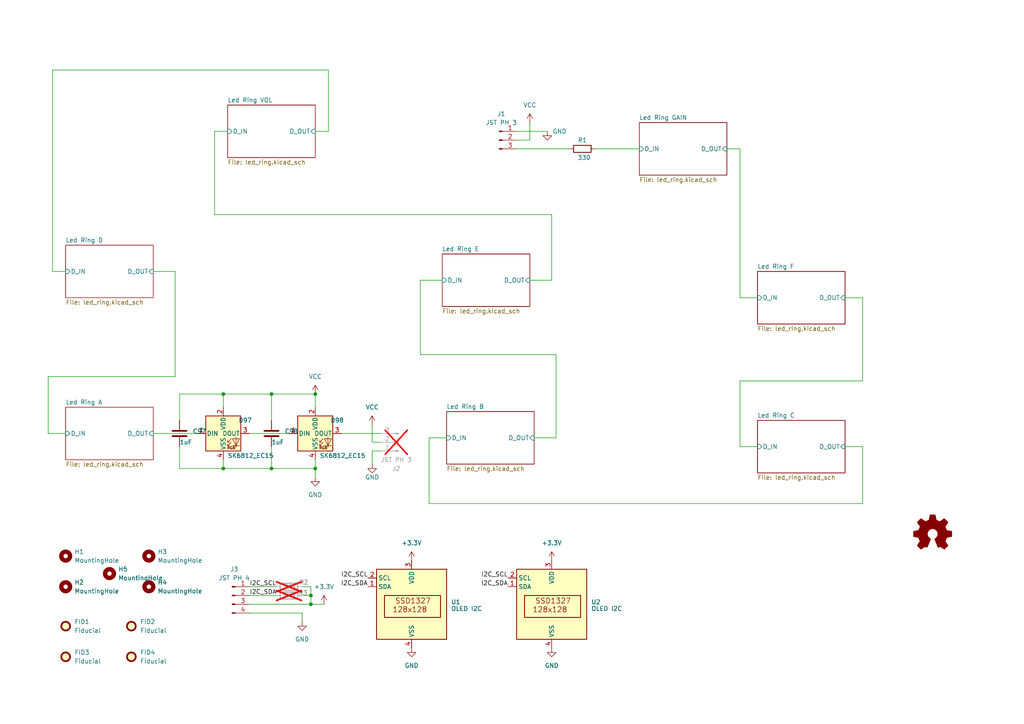
<source format=kicad_sch>
(kicad_sch (version 20231120) (generator "eeschema") (generator_version "8.0")
  (paper "A4")
  (title_block (title "Pedalboard Display") (date "2024-10-16") (rev "1.0.1-RC") (company "https://github.com/pedalboard") (comment 1 "Source Code: https://github.com/pedalboard/pedalboard-display") (comment 2 "License: CERN Open Hardware Licence Version 2 - Permissive") (comment 3 "Git commit: ${GIT_HASH}"))
  (lib_symbols
    (symbol "Connector:Conn_01x03_Pin" (pin_names (offset 1.016) hide)
      (property "Reference" "J" (at 0 5.08 0))
      (property "Value" "Conn_01x03_Pin" (at 0 -5.08 0))
      (symbol "Conn_01x03_Pin_1_1"
        (polyline (pts (xy 1.27 -2.54) (xy 0.8636 -2.54)) (stroke (width 0.1524)))
        (polyline (pts (xy 1.27 0) (xy 0.8636 0)) (stroke (width 0.1524)))
        (polyline (pts (xy 1.27 2.54) (xy 0.8636 2.54)) (stroke (width 0.1524)))
        (rectangle (start 0.8636 -2.413) (end 0 -2.667) (stroke (width 0.1524)) (fill (type outline)))
        (rectangle (start 0.8636 0.127) (end 0 -0.127) (stroke (width 0.1524)) (fill (type outline)))
        (rectangle (start 0.8636 2.667) (end 0 2.413) (stroke (width 0.1524)) (fill (type outline)))
        (pin passive line (at 5.08 2.54 180) (length 3.81) (name "Pin_1") (number "1"))
        (pin passive line (at 5.08 0 180) (length 3.81) (name "Pin_2") (number "2"))
        (pin passive line (at 5.08 -2.54 180) (length 3.81) (name "Pin_3") (number "3"))
      )
    )
    (symbol "Connector:Conn_01x04_Pin" (pin_names (offset 1.016) hide)
      (property "Reference" "J" (at 0 5.08 0))
      (property "Value" "Conn_01x04_Pin" (at 0 -7.62 0))
      (symbol "Conn_01x04_Pin_1_1"
        (polyline (pts (xy 1.27 -5.08) (xy 0.8636 -5.08)) (stroke (width 0.1524)))
        (polyline (pts (xy 1.27 -2.54) (xy 0.8636 -2.54)) (stroke (width 0.1524)))
        (polyline (pts (xy 1.27 0) (xy 0.8636 0)) (stroke (width 0.1524)))
        (polyline (pts (xy 1.27 2.54) (xy 0.8636 2.54)) (stroke (width 0.1524)))
        (rectangle (start 0.8636 -4.953) (end 0 -5.207) (stroke (width 0.1524)) (fill (type outline)))
        (rectangle (start 0.8636 -2.413) (end 0 -2.667) (stroke (width 0.1524)) (fill (type outline)))
        (rectangle (start 0.8636 0.127) (end 0 -0.127) (stroke (width 0.1524)) (fill (type outline)))
        (rectangle (start 0.8636 2.667) (end 0 2.413) (stroke (width 0.1524)) (fill (type outline)))
        (pin passive line (at 5.08 2.54 180) (length 3.81) (name "Pin_1") (number "1"))
        (pin passive line (at 5.08 0 180) (length 3.81) (name "Pin_2") (number "2"))
        (pin passive line (at 5.08 -2.54 180) (length 3.81) (name "Pin_3") (number "3"))
        (pin passive line (at 5.08 -5.08 180) (length 3.81) (name "Pin_4") (number "4"))
      )
    )
    (symbol "Device:C" (pin_numbers hide) (pin_names (offset 0.254))
      (property "Reference" "C" (at 0.635 2.54 0))
      (property "Value" "C" (at 0.635 -2.54 0))
      (symbol "C_0_1"
        (polyline (pts (xy -2.032 -0.762) (xy 2.032 -0.762)) (stroke (width 0.508)))
        (polyline (pts (xy -2.032 0.762) (xy 2.032 0.762)) (stroke (width 0.508)))
      )
      (symbol "C_1_1"
        (pin passive line (at 0 3.81 270) (length 2.794) (name "~") (number "1"))
        (pin passive line (at 0 -3.81 90) (length 2.794) (name "~") (number "2"))
      )
    )
    (symbol "Device:R" (pin_numbers hide) (pin_names (offset 0))
      (property "Reference" "R" (at 2.032 0 90))
      (property "Value" "R" (at 0 0 90))
      (symbol "R_0_1"
        (rectangle (start -1.016 -2.54) (end 1.016 2.54) (stroke (width 0.254)))
      )
      (symbol "R_1_1"
        (pin passive line (at 0 3.81 270) (length 1.27) (name "~") (number "1"))
        (pin passive line (at 0 -3.81 90) (length 1.27) (name "~") (number "2"))
      )
    )
    (symbol "Graphic:Logo_Open_Hardware_Small" (in_bom no) (on_board no)
      (symbol "Logo_Open_Hardware_Small_0_1"
        (polyline (pts (xy 3.3528 -4.3434) (xy 3.302 -4.318) (xy 3.175 -4.2418) (xy 2.9972 -4.1148) (xy 2.7686 -3.9624) (xy 2.54 -3.81) (xy 2.3622 -3.7084) (xy 2.2352 -3.6068) (xy 2.1844 -3.5814) (xy 2.159 -3.6068) (xy 2.0574 -3.6576) (xy 1.905 -3.7338) (xy 1.8034 -3.7846) (xy 1.6764 -3.8354) (xy 1.6002 -3.8354) (xy 1.6002 -3.8354) (xy 1.5494 -3.7338) (xy 1.4732 -3.5306) (xy 1.3462 -3.302) (xy 1.2446 -3.0226) (xy 1.1176 -2.7178) (xy 0.9652 -2.413) (xy 0.8636 -2.1082) (xy 0.7366 -1.8288) (xy 0.6604 -1.6256) (xy 0.6096 -1.4732) (xy 0.5842 -1.397) (xy 0.5842 -1.397) (xy 0.6604 -1.3208) (xy 0.7874 -1.2446) (xy 1.0414 -1.016) (xy 1.2954 -0.6858) (xy 1.4478 -0.3302) (xy 1.524 0.0762) (xy 1.4732 0.4572) (xy 1.3208 0.8128) (xy 1.0668 1.143) (xy 0.762 1.3716) (xy 0.4064 1.524) (xy 0 1.5748) (xy -0.381 1.5494) (xy -0.7366 1.397) (xy -1.0668 1.143) (xy -1.2192 0.9906) (xy -1.397 0.6604) (xy -1.524 0.3048) (xy -1.524 0.2286) (xy -1.4986 -0.1778) (xy -1.397 -0.5334) (xy -1.1938 -0.8636) (xy -0.9144 -1.143) (xy -0.8636 -1.1684) (xy -0.7366 -1.27) (xy -0.635 -1.3462) (xy -0.5842 -1.397) (xy -1.0668 -2.5908) (xy -1.143 -2.794) (xy -1.2954 -3.1242) (xy -1.397 -3.4036) (xy -1.4986 -3.6322) (xy -1.5748 -3.7846) (xy -1.6002 -3.8354) (xy -1.6002 -3.8354) (xy -1.651 -3.8354) (xy -1.7272 -3.81) (xy -1.905 -3.7338) (xy -2.0066 -3.683) (xy -2.1336 -3.6068) (xy -2.2098 -3.5814) (xy -2.2606 -3.6068) (xy -2.3622 -3.683) (xy -2.54 -3.81) (xy -2.7686 -3.9624) (xy -2.9718 -4.0894) (xy -3.1496 -4.2164) (xy -3.302 -4.318) (xy -3.3528 -4.3434) (xy -3.3782 -4.3434) (xy -3.429 -4.318) (xy -3.5306 -4.2164) (xy -3.7084 -4.064) (xy -3.937 -3.8354) (xy -3.9624 -3.81) (xy -4.1656 -3.6068) (xy -4.318 -3.4544) (xy -4.4196 -3.3274) (xy -4.445 -3.2766) (xy -4.445 -3.2766) (xy -4.4196 -3.2258) (xy -4.318 -3.0734) (xy -4.2164 -2.8956) (xy -4.064 -2.667) (xy -3.6576 -2.0828) (xy -3.8862 -1.5494) (xy -3.937 -1.3716) (xy -4.0386 -1.1684) (xy -4.0894 -1.0414) (xy -4.1148 -0.9652) (xy -4.191 -0.9398) (xy -4.318 -0.9144) (xy -4.5466 -0.8636) (xy -4.8006 -0.8128) (xy -5.0546 -0.7874) (xy -5.2578 -0.7366) (xy -5.4356 -0.7112) (xy -5.5118 -0.6858) (xy -5.5118 -0.6858) (xy -5.5372 -0.635) (xy -5.5372 -0.5588) (xy -5.5372 -0.4318) (xy -5.5626 -0.2286) (xy -5.5626 0.0762) (xy -5.5626 0.127) (xy -5.5372 0.4064) (xy -5.5372 0.635) (xy -5.5372 0.762) (xy -5.5372 0.8382) (xy -5.5372 0.8382) (xy -5.461 0.8382) (xy -5.3086 0.889) (xy -5.08 0.9144) (xy -4.826 0.9652) (xy -4.8006 0.9906) (xy -4.5466 1.0414) (xy -4.318 1.0668) (xy -4.1656 1.1176) (xy -4.0894 1.143) (xy -4.0894 1.143) (xy -4.0386 1.2446) (xy -3.9624 1.4224) (xy -3.8608 1.6256) (xy -3.7846 1.8288) (xy -3.7084 2.0066) (xy -3.6576 2.159) (xy -3.6322 2.2098) (xy -3.6322 2.2098) (xy -3.683 2.286) (xy -3.7592 2.413) (xy -3.8862 2.5908) (xy -4.064 2.8194) (xy -4.064 2.8448) (xy -4.2164 3.0734) (xy -4.3434 3.2512) (xy -4.4196 3.3782) (xy -4.445 3.4544) (xy -4.445 3.4544) (xy -4.3942 3.5052) (xy -4.2926 3.6322) (xy -4.1148 3.81) (xy -3.937 4.0132) (xy -3.8608 4.064) (xy -3.6576 4.2926) (xy -3.5052 4.4196) (xy -3.4036 4.4958) (xy -3.3528 4.5212) (xy -3.3528 4.5212) (xy -3.302 4.4704) (xy -3.1496 4.3688) (xy -2.9718 4.2418) (xy -2.7432 4.0894) (xy -2.7178 4.0894) (xy -2.4892 3.937) (xy -2.3114 3.81) (xy -2.1844 3.7084) (xy -2.1336 3.683) (xy -2.1082 3.683) (xy -2.032 3.7084) (xy -1.8542 3.7592) (xy -1.6764 3.8354) (xy -1.4732 3.937) (xy -1.27 4.0132) (xy -1.143 4.064) (xy -1.0668 4.1148) (xy -1.0668 4.1148) (xy -1.0414 4.191) (xy -1.016 4.3434) (xy -0.9652 4.572) (xy -0.9144 4.8514) (xy -0.889 4.9022) (xy -0.8382 5.1562) (xy -0.8128 5.3848) (xy -0.7874 5.5372) (xy -0.762 5.588) (xy -0.7112 5.6134) (xy -0.5842 5.6134) (xy -0.4064 5.6134) (xy -0.1524 5.6134) (xy 0.0762 5.6134) (xy 0.3302 5.6134) (xy 0.5334 5.6134) (xy 0.6858 5.588) (xy 0.7366 5.588) (xy 0.7366 5.588) (xy 0.762 5.5118) (xy 0.8128 5.334) (xy 0.8382 5.1054) (xy 0.9144 4.826) (xy 0.9144 4.7752) (xy 0.9652 4.5212) (xy 1.016 4.2926) (xy 1.0414 4.1402) (xy 1.0668 4.0894) (xy 1.0668 4.0894) (xy 1.1938 4.0386) (xy 1.3716 3.9624) (xy 1.5748 3.8608) (xy 2.0828 3.6576) (xy 2.7178 4.0894) (xy 2.7686 4.1402) (xy 2.9972 4.2926) (xy 3.175 4.4196) (xy 3.302 4.4958) (xy 3.3782 4.5212) (xy 3.3782 4.5212) (xy 3.429 4.4704) (xy 3.556 4.3434) (xy 3.7338 4.191) (xy 3.9116 3.9878) (xy 4.064 3.8354) (xy 4.2418 3.6576) (xy 4.3434 3.556) (xy 4.4196 3.4798) (xy 4.4196 3.429) (xy 4.4196 3.4036) (xy 4.3942 3.3274) (xy 4.2926 3.2004) (xy 4.1656 2.9972) (xy 4.0132 2.794) (xy 3.8862 2.5908) (xy 3.7592 2.3876) (xy 3.6576 2.2352) (xy 3.6322 2.159) (xy 3.6322 2.1336) (xy 3.683 2.0066) (xy 3.7592 1.8288) (xy 3.8608 1.6002) (xy 4.064 1.1176) (xy 4.3942 1.0414) (xy 4.5974 1.016) (xy 4.8768 0.9652) (xy 5.1308 0.9144) (xy 5.5372 0.8382) (xy 5.5626 -0.6604) (xy 5.4864 -0.6858) (xy 5.4356 -0.6858) (xy 5.2832 -0.7366) (xy 5.0546 -0.762) (xy 4.8006 -0.8128) (xy 4.5974 -0.8636) (xy 4.3688 -0.9144) (xy 4.2164 -0.9398) (xy 4.1402 -0.9398) (xy 4.1148 -0.9652) (xy 4.064 -1.0668) (xy 3.9878 -1.2446) (xy 3.9116 -1.4478) (xy 3.81 -1.651) (xy 3.7338 -1.8542) (xy 3.683 -2.0066) (xy 3.6576 -2.0828) (xy 3.683 -2.1336) (xy 3.7846 -2.2606) (xy 3.8862 -2.4638) (xy 4.0386 -2.667) (xy 4.191 -2.8956) (xy 4.318 -3.0734) (xy 4.3942 -3.2004) (xy 4.445 -3.2766) (xy 4.4196 -3.3274) (xy 4.3434 -3.429) (xy 4.1656 -3.5814) (xy 3.937 -3.8354) (xy 3.8862 -3.8608) (xy 3.683 -4.064) (xy 3.5306 -4.2164) (xy 3.4036 -4.318) (xy 3.3528 -4.3434)) (fill (type outline)))
      )
    )
    (symbol "Mechanical:Fiducial"
      (property "Reference" "FID" (at 0 5.08 0))
      (property "Value" "Fiducial" (at 0 3.175 0))
      (symbol "Fiducial_0_1"
        (circle (center 0 0) (radius 1.27) (stroke (width 0.508)) (fill (type background)))
      )
    )
    (symbol "Mechanical:MountingHole" (pin_names (offset 1.016)) (exclude_from_sim yes) (in_bom no)
      (property "Reference" "H" (at 0 5.08 0))
      (property "Value" "MountingHole" (at 0 3.175 0))
      (symbol "MountingHole_0_1"
        (circle (center 0 0) (radius 1.27) (stroke (width 1.27)))
      )
    )
    (symbol "pedalboard-display:OLED"
      (property "Reference" "U" (at 0 0 0))
      (symbol "OLED_0_0"
        (rectangle (start -7.874 3.81) (end 8.382 -2.54) (stroke (width 0.254)))
      )
      (symbol "OLED_0_1"
        (rectangle (start -10.16 11.43) (end 10.16 -8.89) (stroke (width 0.254)) (fill (type background)))
      )
      (symbol "OLED_1_0"
        (text "128x128" (at -5.588 -0.254 0) (effects (font (size 1.524 1.524)) (justify left)))
        (text "SSD1327" (at -4.826 2.286 0) (effects (font (size 1.524 1.524)) (justify left)))
      )
      (symbol "OLED_1_1"
        (pin bidirectional line (at -12.7 6.35 0) (length 2.54) (name "SDA") (number "1"))
        (pin input line (at -12.7 8.89 0) (length 2.54) (name "SCL") (number "2"))
        (pin power_in line (at 0 13.97 270) (length 2.54) (name "VDD") (number "3"))
        (pin power_in line (at 0 -11.43 90) (length 2.54) (name "VSS") (number "4"))
      )
    )
    (symbol "pedalboard-display:SK6812" (pin_names (offset 0.254))
      (property "Reference" "D" (at 5.08 5.715 0))
      (property "Value" "SK6812_EC15" (at 1.27 -5.715 0))
      (symbol "SK6812_0_0"
        (text "RGB" (at 2.286 -4.191 0) (effects (font (size 0.762 0.762))))
      )
      (symbol "SK6812_0_1"
        (polyline (pts (xy 1.27 -3.556) (xy 1.778 -3.556)))
        (polyline (pts (xy 1.27 -2.54) (xy 1.778 -2.54)))
        (polyline (pts (xy 4.699 -3.556) (xy 2.667 -3.556)))
        (polyline (pts (xy 2.286 -2.54) (xy 1.27 -3.556) (xy 1.27 -3.048)))
        (polyline (pts (xy 2.286 -1.524) (xy 1.27 -2.54) (xy 1.27 -2.032)))
        (polyline (pts (xy 3.683 -1.016) (xy 3.683 -3.556) (xy 3.683 -4.064)))
        (polyline (pts (xy 4.699 -1.524) (xy 2.667 -1.524) (xy 3.683 -3.556) (xy 4.699 -1.524)))
        (rectangle (start 5.08 5.08) (end -5.08 -5.08) (stroke (width 0.254)) (fill (type background)))
      )
      (symbol "SK6812_1_1"
        (pin input line (at -7.62 0 0) (length 2.54) (name "DIN") (number "1"))
        (pin power_in line (at 0 7.62 270) (length 2.54) (name "VDD") (number "2"))
        (pin output line (at 7.62 0 180) (length 2.54) (name "DOUT") (number "3"))
        (pin power_in line (at 0 -7.62 90) (length 2.54) (name "VSS") (number "4"))
      )
    )
    (symbol "power:+3.3V" (power) (pin_numbers hide) (pin_names (offset 0) hide)
      (property "Value" "+3.3V" (at 0 3.556 0))
      (symbol "+3.3V_0_1"
        (polyline (pts (xy -0.762 1.27) (xy 0 2.54)))
        (polyline (pts (xy 0 0) (xy 0 2.54)))
        (polyline (pts (xy 0 2.54) (xy 0.762 1.27)))
      )
      (symbol "+3.3V_1_1"
        (pin power_in line (at 0 0 90) (length 0) (name "~") (number "1"))
      )
    )
    (symbol "power:GND" (power) (pin_numbers hide) (pin_names (offset 0) hide)
      (property "Value" "GND" (at 0 -3.81 0))
      (symbol "GND_0_1"
        (polyline (pts (xy 0 0) (xy 0 -1.27) (xy 1.27 -1.27) (xy 0 -2.54) (xy -1.27 -1.27) (xy 0 -1.27)))
      )
      (symbol "GND_1_1"
        (pin power_in line (at 0 0 270) (length 0) (name "~") (number "1"))
      )
    )
    (symbol "power:VCC" (power) (pin_numbers hide) (pin_names (offset 0) hide)
      (property "Value" "VCC" (at 0 3.556 0))
      (symbol "VCC_0_1"
        (polyline (pts (xy -0.762 1.27) (xy 0 2.54)))
        (polyline (pts (xy 0 0) (xy 0 2.54)))
        (polyline (pts (xy 0 2.54) (xy 0.762 1.27)))
      )
      (symbol "VCC_1_1"
        (pin power_in line (at 0 0 90) (length 0) (name "~") (number "1"))
      )
    )
  )
  (junction (at 78.74 135.89))
  (junction (at 78.74 114.3))
  (junction (at 64.77 135.89))
  (junction (at 90.17 175.26))
  (junction (at 90.17 172.72))
  (junction (at 91.44 135.89))
  (junction (at 91.44 114.3))
  (junction (at 64.77 114.3))
  (wire (pts (xy 72.39 125.73) (xy 83.82 125.73)))
  (wire (pts (xy 52.07 129.54) (xy 52.07 135.89)))
  (wire (pts (xy 153.67 35.56) (xy 153.67 40.64)))
  (wire (pts (xy 172.72 43.18) (xy 185.42 43.18)))
  (wire (pts (xy 13.97 109.22) (xy 13.97 125.73)))
  (wire (pts (xy 250.19 129.54) (xy 250.19 146.05)))
  (wire (pts (xy 245.11 129.54) (xy 250.19 129.54)))
  (wire (pts (xy 64.77 135.89) (xy 78.74 135.89)))
  (wire (pts (xy 62.23 38.1) (xy 66.04 38.1)))
  (wire (pts (xy 64.77 114.3) (xy 64.77 118.11)))
  (wire (pts (xy 154.94 127) (xy 161.29 127)))
  (wire (pts (xy 107.95 130.81) (xy 110.49 130.81)))
  (wire (pts (xy 107.95 123.19) (xy 107.95 128.27)))
  (wire (pts (xy 72.39 172.72) (xy 80.01 172.72)))
  (wire (pts (xy 87.63 172.72) (xy 90.17 172.72)))
  (wire (pts (xy 50.8 109.22) (xy 13.97 109.22)))
  (wire (pts (xy 91.44 133.35) (xy 91.44 135.89)))
  (wire (pts (xy 124.46 127) (xy 129.54 127)))
  (wire (pts (xy 90.17 170.18) (xy 90.17 172.72)))
  (wire (pts (xy 52.07 114.3) (xy 52.07 121.92)))
  (wire (pts (xy 121.92 81.28) (xy 128.27 81.28)))
  (wire (pts (xy 44.45 125.73) (xy 57.15 125.73)))
  (wire (pts (xy 99.06 125.73) (xy 110.49 125.73)))
  (wire (pts (xy 72.39 175.26) (xy 90.17 175.26)))
  (wire (pts (xy 52.07 114.3) (xy 64.77 114.3)))
  (wire (pts (xy 13.97 125.73) (xy 19.05 125.73)))
  (wire (pts (xy 250.19 86.36) (xy 250.19 110.49)))
  (wire (pts (xy 52.07 135.89) (xy 64.77 135.89)))
  (wire (pts (xy 161.29 127) (xy 161.29 102.87)))
  (wire (pts (xy 124.46 146.05) (xy 124.46 127)))
  (wire (pts (xy 91.44 118.11) (xy 91.44 114.3)))
  (wire (pts (xy 153.67 81.28) (xy 160.02 81.28)))
  (wire (pts (xy 78.74 129.54) (xy 78.74 135.89)))
  (wire (pts (xy 149.86 38.1) (xy 158.75 38.1)))
  (wire (pts (xy 78.74 114.3) (xy 91.44 114.3)))
  (wire (pts (xy 160.02 62.23) (xy 62.23 62.23)))
  (wire (pts (xy 214.63 110.49) (xy 214.63 129.54)))
  (wire (pts (xy 149.86 43.18) (xy 165.1 43.18)))
  (wire (pts (xy 214.63 129.54) (xy 219.71 129.54)))
  (wire (pts (xy 250.19 146.05) (xy 124.46 146.05)))
  (wire (pts (xy 210.82 43.18) (xy 214.63 43.18)))
  (wire (pts (xy 90.17 172.72) (xy 90.17 175.26)))
  (wire (pts (xy 214.63 86.36) (xy 219.71 86.36)))
  (wire (pts (xy 15.24 78.74) (xy 19.05 78.74)))
  (wire (pts (xy 64.77 133.35) (xy 64.77 135.89)))
  (wire (pts (xy 121.92 102.87) (xy 121.92 81.28)))
  (wire (pts (xy 44.45 78.74) (xy 50.8 78.74)))
  (wire (pts (xy 161.29 102.87) (xy 121.92 102.87)))
  (wire (pts (xy 87.63 177.8) (xy 87.63 180.34)))
  (wire (pts (xy 245.11 86.36) (xy 250.19 86.36)))
  (wire (pts (xy 250.19 110.49) (xy 214.63 110.49)))
  (wire (pts (xy 91.44 38.1) (xy 95.25 38.1)))
  (wire (pts (xy 64.77 114.3) (xy 78.74 114.3)))
  (wire (pts (xy 91.44 138.43) (xy 91.44 135.89)))
  (wire (pts (xy 160.02 81.28) (xy 160.02 62.23)))
  (wire (pts (xy 107.95 130.81) (xy 107.95 134.62)))
  (wire (pts (xy 62.23 62.23) (xy 62.23 38.1)))
  (wire (pts (xy 78.74 135.89) (xy 91.44 135.89)))
  (wire (pts (xy 15.24 20.32) (xy 15.24 78.74)))
  (wire (pts (xy 90.17 175.26) (xy 93.98 175.26)))
  (wire (pts (xy 107.95 128.27) (xy 110.49 128.27)))
  (wire (pts (xy 50.8 78.74) (xy 50.8 109.22)))
  (wire (pts (xy 72.39 170.18) (xy 80.01 170.18)))
  (wire (pts (xy 87.63 170.18) (xy 90.17 170.18)))
  (wire (pts (xy 95.25 38.1) (xy 95.25 20.32)))
  (wire (pts (xy 78.74 114.3) (xy 78.74 121.92)))
  (wire (pts (xy 214.63 43.18) (xy 214.63 86.36)))
  (wire (pts (xy 95.25 20.32) (xy 15.24 20.32)))
  (wire (pts (xy 149.86 40.64) (xy 153.67 40.64)))
  (wire (pts (xy 72.39 177.8) (xy 87.63 177.8)))
  (label "I2C_SDA" (at 106.68 170.18 180))
  (label "I2C_SCL" (at 147.32 167.64 180))
  (label "I2C_SDA" (at 147.32 170.18 180))
  (label "I2C_SCL" (at 106.68 167.64 180))
  (label "I2C_SDA" (at 72.39 172.72 0))
  (label "I2C_SCL" (at 72.39 170.18 0))
  (symbol (lib_id "power:+3.3V") (at 160.02 162.56 0) (unit 1)
    (property "Reference" "#PWR042" (effects (hide yes)))
    (property "Value" "+3.3V" (at 160.02 157.48 0))
    (property "Description" "Power symbol creates a global label with name \"+3.3V\"" (effects (hide yes)))
  )
  (symbol (lib_id "power:GND") (at 87.63 180.34 0) (unit 1)
    (property "Reference" "#PWR044" (effects (hide yes)))
    (property "Value" "GND" (at 87.63 185.42 0))
    (property "Description" "Power symbol creates a global label with name \"GND\" , ground" (effects (hide yes)))
  )
  (symbol (lib_id "pedalboard-display:SK6812") (at 64.77 125.73 0) (unit 1)
    (property "Reference" "D97" (at 71.12 121.92 0))
    (property "Value" "SK6812_EC15" (at 66.04 131.445 0) (effects (justify left top)))
    (property "Footprint" "Library:LED_SK6812_EC15_1.5x1.5mm" (effects (hide yes)))
    (property "Datasheet" "https://mm.digikey.com/Volume0/opasdata/d220001/medias/docus/2384/CL05A105KP5NNN_Specsheet%20(1).pdf" (effects (hide yes)))
    (property "Supplier" "https://www.digikey.ch/en/products/detail/adafruit-industries-llc/4492/11569136" (effects (hide yes)))
  )
  (symbol (lib_id "power:GND") (at 119.38 187.96 0) (unit 1)
    (property "Reference" "#PWR039" (effects (hide yes)))
    (property "Value" "GND" (at 119.38 193.04 0))
    (property "Description" "Power symbol creates a global label with name \"GND\" , ground" (effects (hide yes)))
  )
  (symbol (lib_id "Connector:Conn_01x03_Pin") (at 144.78 40.64 0) (unit 1)
    (property "Reference" "J1" (at 145.415 33.02 0))
    (property "Value" "JST PH 3" (at 145.415 35.56 0))
    (property "Footprint" "Library:JST_PH_B3B-PH-SM4-TB_1x03-1MP_P2.00mm_Vertical" (effects (hide yes)))
  )
  (symbol (lib_id "Mechanical:MountingHole") (at 31.75 166.37 0) (unit 1) (exclude_from_sim yes) (in_bom no)
    (property "Reference" "H5" (at 34.29 165.0999 0) (effects (justify left)))
    (property "Value" "MountingHole" (at 34.29 167.6399 0) (effects (justify left)))
    (property "Footprint" "MountingHole:MountingHole_2.5mm" (effects (hide yes)))
    (property "Description" "Mounting Hole without connection" (effects (hide yes)))
  )
  (symbol (lib_id "Device:C") (at 52.07 125.73 0) (unit 1)
    (property "Reference" "C97" (at 55.88 125.095 0) (effects (justify left)))
    (property "Value" "1uF" (at 52.07 128.27 0) (effects (justify left)))
    (property "Footprint" "Capacitor_SMD:C_0402_1005Metric" (effects (hide yes)))
    (property "Datasheet" "https://media.digikey.com/pdf/Data%20Sheets/Samsung%20PDFs/CL_Series_MLCC_ds.pdf" (effects (hide yes)))
    (property "Supplier" "https://www.digikey.ch/de/products/detail/samsung-electro-mechanics/CL05A105KP5NNNC/3886734" (effects (hide yes)))
  )
  (symbol (lib_id "Mechanical:MountingHole") (at 43.18 170.18 0) (unit 1) (exclude_from_sim yes) (in_bom no)
    (property "Reference" "H4" (at 45.72 168.9099 0) (effects (justify left)))
    (property "Value" "MountingHole" (at 45.72 171.4499 0) (effects (justify left)))
    (property "Footprint" "MountingHole:MountingHole_2.5mm" (effects (hide yes)))
    (property "Description" "Mounting Hole without connection" (effects (hide yes)))
  )
  (symbol (lib_id "Mechanical:MountingHole") (at 19.05 170.18 0) (unit 1) (exclude_from_sim yes) (in_bom no)
    (property "Reference" "H2" (at 21.59 168.9099 0) (effects (justify left)))
    (property "Value" "MountingHole" (at 21.59 171.4499 0) (effects (justify left)))
    (property "Footprint" "MountingHole:MountingHole_2.5mm" (effects (hide yes)))
    (property "Description" "Mounting Hole without connection" (effects (hide yes)))
  )
  (symbol (lib_id "pedalboard-display:OLED") (at 119.38 176.53 0) (unit 1)
    (property "Reference" "U1" (at 130.81 174.6249 0) (effects (justify left)))
    (property "Value" "OLED I2C" (at 130.81 176.53 0) (effects (justify left)))
    (property "Footprint" "Library:OLED_128x128" (effects (hide yes)))
    (property "Datasheet" "img/GME12812.pdf" (effects (hide yes)))
    (property "Supplier" "https://www.aliexpress.com/item/1005005253671396.html" (effects (hide yes)))
  )
  (symbol (lib_id "Mechanical:MountingHole") (at 19.05 161.29 0) (unit 1) (exclude_from_sim yes) (in_bom no)
    (property "Reference" "H1" (at 21.59 160.0199 0) (effects (justify left)))
    (property "Value" "MountingHole" (at 21.59 162.5599 0) (effects (justify left)))
    (property "Footprint" "MountingHole:MountingHole_2.5mm" (effects (hide yes)))
    (property "Description" "Mounting Hole without connection" (effects (hide yes)))
  )
  (symbol (lib_id "Graphic:Logo_Open_Hardware_Small") (at 270.51 154.94 0) (unit 1) (exclude_from_sim yes) (in_bom no)
    (property "Reference" "SYM1" (effects (hide yes)))
    (property "Value" "Logo_Open_Hardware_Small" (effects (hide yes)))
    (property "Footprint" "Symbol:OSHW-Logo_5.7x6mm_SilkScreen" (effects (hide yes)))
    (property "Description" "Open Hardware logo, small" (effects (hide yes)))
  )
  (symbol (lib_id "Mechanical:Fiducial") (at 38.1 181.61 0) (unit 1)
    (property "Reference" "FID2" (at 40.64 180.34 0) (effects (justify left)))
    (property "Value" "Fiducial" (at 40.64 182.88 0) (effects (justify left)))
    (property "Footprint" "Fiducial:Fiducial_1mm_Mask2mm" (effects (hide yes)))
  )
  (symbol (lib_id "Device:R") (at 83.82 172.72 270) (unit 1) (dnp yes)
    (property "Reference" "R3" (at 87.884 171.958 90))
    (property "Value" "3K3" (at 83.82 172.72 90))
    (property "Footprint" "Resistor_SMD:R_0805_2012Metric" (effects (hide yes)))
    (property "Datasheet" "https://www.seielect.com/catalog/sei-rmcf_rmcp.pdf" (effects (hide yes)))
    (property "Description" "Resistor" (effects (hide yes)))
    (property "Supplier" "https://www.digikey.ch/en/products/detail/stackpole-electronics-inc/RMCF0805FT3K30/1760325" (effects (hide yes)))
  )
  (symbol (lib_id "Device:R") (at 83.82 170.18 270) (unit 1) (dnp yes)
    (property "Reference" "R2" (at 88.138 168.91 90))
    (property "Value" "3K3" (at 83.82 170.18 90))
    (property "Footprint" "Resistor_SMD:R_0805_2012Metric" (effects (hide yes)))
    (property "Datasheet" "https://www.seielect.com/catalog/sei-rmcf_rmcp.pdf" (effects (hide yes)))
    (property "Description" "Resistor" (effects (hide yes)))
    (property "Supplier" "https://www.digikey.ch/en/products/detail/stackpole-electronics-inc/RMCF0805FT3K30/1760325" (effects (hide yes)))
  )
  (symbol (lib_id "pedalboard-display:SK6812") (at 91.44 125.73 0) (unit 1)
    (property "Reference" "D98" (at 97.79 121.92 0))
    (property "Value" "SK6812_EC15" (at 92.71 131.445 0) (effects (justify left top)))
    (property "Footprint" "Library:LED_SK6812_EC15_1.5x1.5mm" (effects (hide yes)))
    (property "Datasheet" "https://mm.digikey.com/Volume0/opasdata/d220001/medias/docus/2384/CL05A105KP5NNN_Specsheet%20(1).pdf" (effects (hide yes)))
    (property "Supplier" "https://www.digikey.ch/en/products/detail/adafruit-industries-llc/4492/11569136" (effects (hide yes)))
  )
  (symbol (lib_id "power:+3.3V") (at 119.38 162.56 0) (unit 1)
    (property "Reference" "#PWR041" (effects (hide yes)))
    (property "Value" "+3.3V" (at 119.38 157.48 0))
    (property "Description" "Power symbol creates a global label with name \"+3.3V\"" (effects (hide yes)))
  )
  (symbol (lib_id "Mechanical:Fiducial") (at 19.05 181.61 0) (unit 1)
    (property "Reference" "FID1" (at 21.59 180.34 0) (effects (justify left)))
    (property "Value" "Fiducial" (at 21.59 182.88 0) (effects (justify left)))
    (property "Footprint" "Fiducial:Fiducial_1mm_Mask2mm" (effects (hide yes)))
  )
  (symbol (lib_id "power:GND") (at 107.95 134.62 0) (unit 1)
    (property "Reference" "#PWR035" (effects (hide yes)))
    (property "Value" "GND" (at 107.95 138.43 0))
    (property "Description" "Power symbol creates a global label with name \"GND\" , ground" (effects (hide yes)))
  )
  (symbol (lib_id "power:VCC") (at 107.95 123.19 0) (unit 1)
    (property "Reference" "#PWR036" (effects (hide yes)))
    (property "Value" "VCC" (at 107.95 118.11 0))
    (property "Description" "Power symbol creates a global label with name \"VCC\"" (effects (hide yes)))
  )
  (symbol (lib_id "Connector:Conn_01x03_Pin") (at 115.57 128.27 180) (unit 1) (dnp yes)
    (property "Reference" "J2" (at 114.935 135.89 0))
    (property "Value" "JST PH 3" (at 114.935 133.35 0))
    (property "Footprint" "Library:JST_PH_B3B-PH-SM4-TB_1x03-1MP_P2.00mm_Vertical" (effects (hide yes)))
  )
  (symbol (lib_id "power:VCC") (at 91.44 114.3 0) (unit 1)
    (property "Reference" "#PWR037" (effects (hide yes)))
    (property "Value" "VCC" (at 91.44 109.22 0))
    (property "Description" "Power symbol creates a global label with name \"VCC\"" (effects (hide yes)))
  )
  (symbol (lib_id "pedalboard-display:OLED") (at 160.02 176.53 0) (unit 1)
    (property "Reference" "U2" (at 171.45 174.6249 0) (effects (justify left)))
    (property "Value" "OLED I2C" (at 171.45 176.53 0) (effects (justify left)))
    (property "Footprint" "Library:OLED_128x128" (effects (hide yes)))
    (property "Datasheet" "img/GME12812.pdf" (effects (hide yes)))
    (property "Supplier" "https://www.aliexpress.com/item/1005005253671396.html" (effects (hide yes)))
  )
  (symbol (lib_id "Mechanical:Fiducial") (at 38.1 190.5 0) (unit 1)
    (property "Reference" "FID4" (at 40.64 189.23 0) (effects (justify left)))
    (property "Value" "Fiducial" (at 40.64 191.77 0) (effects (justify left)))
    (property "Footprint" "Fiducial:Fiducial_1mm_Mask2mm" (effects (hide yes)))
  )
  (symbol (lib_id "power:GND") (at 158.75 38.1 0) (unit 1)
    (property "Reference" "#PWR03" (effects (hide yes)))
    (property "Value" "GND" (at 162.306 38.1 0))
    (property "Description" "Power symbol creates a global label with name \"GND\" , ground" (effects (hide yes)))
  )
  (symbol (lib_id "Mechanical:MountingHole") (at 43.18 161.29 0) (unit 1) (exclude_from_sim yes) (in_bom no)
    (property "Reference" "H3" (at 45.72 160.0199 0) (effects (justify left)))
    (property "Value" "MountingHole" (at 45.72 162.5599 0) (effects (justify left)))
    (property "Footprint" "MountingHole:MountingHole_2.5mm" (effects (hide yes)))
    (property "Description" "Mounting Hole without connection" (effects (hide yes)))
  )
  (symbol (lib_id "power:VCC") (at 153.67 35.56 0) (unit 1)
    (property "Reference" "#PWR02" (effects (hide yes)))
    (property "Value" "VCC" (at 153.67 30.48 0))
    (property "Description" "Power symbol creates a global label with name \"VCC\"" (effects (hide yes)))
  )
  (symbol (lib_id "Device:R") (at 168.91 43.18 90) (unit 1)
    (property "Reference" "R1" (at 168.91 40.64 90))
    (property "Value" "330" (at 169.418 45.72 90))
    (property "Footprint" "Resistor_SMD:R_0402_1005Metric" (effects (hide yes)))
    (property "Datasheet" "https://www.passivecomponent.com/wp-content/uploads/chipR/ASC_WR.pdf" (effects (hide yes)))
    (property "Supplier" "https://www.digikey.ch/en/products/detail/walsin-technology-corporation/WR04X3300FTL/13239224" (effects (hide yes)))
  )
  (symbol (lib_id "power:GND") (at 91.44 138.43 0) (unit 1)
    (property "Reference" "#PWR038" (effects (hide yes)))
    (property "Value" "GND" (at 91.44 143.51 0))
    (property "Description" "Power symbol creates a global label with name \"GND\" , ground" (effects (hide yes)))
  )
  (symbol (lib_id "power:+3.3V") (at 93.98 175.26 0) (unit 1)
    (property "Reference" "#PWR043" (effects (hide yes)))
    (property "Value" "+3.3V" (at 93.98 170.18 0))
    (property "Description" "Power symbol creates a global label with name \"+3.3V\"" (effects (hide yes)))
  )
  (symbol (lib_id "Mechanical:Fiducial") (at 19.05 190.5 0) (unit 1)
    (property "Reference" "FID3" (at 21.59 189.23 0) (effects (justify left)))
    (property "Value" "Fiducial" (at 21.59 191.77 0) (effects (justify left)))
    (property "Footprint" "Fiducial:Fiducial_1mm_Mask2mm" (effects (hide yes)))
  )
  (symbol (lib_id "power:GND") (at 160.02 187.96 0) (unit 1)
    (property "Reference" "#PWR040" (effects (hide yes)))
    (property "Value" "GND" (at 160.02 193.04 0))
    (property "Description" "Power symbol creates a global label with name \"GND\" , ground" (effects (hide yes)))
  )
  (symbol (lib_id "Connector:Conn_01x04_Pin") (at 67.31 172.72 0) (unit 1)
    (property "Reference" "J3" (at 67.945 165.1 0))
    (property "Value" "JST PH 4" (at 67.945 167.64 0))
    (property "Footprint" "Library:JST_PH_B4B-PH-SM4-TB_1x04-1MP_P2.00mm_Vertical" (effects (hide yes)))
    (property "Description" "Generic connector, single row, 01x04, script generated" (effects (hide yes)))
  )
  (symbol (lib_id "Device:C") (at 78.74 125.73 0) (unit 1)
    (property "Reference" "C98" (at 82.55 125.095 0) (effects (justify left)))
    (property "Value" "1uF" (at 78.74 128.27 0) (effects (justify left)))
    (property "Footprint" "Capacitor_SMD:C_0402_1005Metric" (effects (hide yes)))
    (property "Datasheet" "https://media.digikey.com/pdf/Data%20Sheets/Samsung%20PDFs/CL_Series_MLCC_ds.pdf" (effects (hide yes)))
    (property "Supplier" "https://www.digikey.ch/de/products/detail/samsung-electro-mechanics/CL05A105KP5NNNC/3886734" (effects (hide yes)))
  )
  (sheet (at 185.42 35.56) (size 25.4 15.24) (stroke (width 0.1524))
    (property "Sheetname" "Led Ring GAIN" (at 185.42 34.8484 0) (effects (justify left bottom)))
    (property "Sheetfile" "led_ring.kicad_sch" (at 185.42 51.3846 0) (effects (justify left top)))
    (property "ActuatorFootprint" "Library:ActuatorRotary" (effects (hide yes)))
    (pin "D_OUT" input (at 210.82 43.18 0))
    (pin "D_IN" input (at 185.42 43.18 180))
  )
  (sheet (at 219.71 121.92) (size 25.4 15.24) (stroke (width 0.1524))
    (property "Sheetname" "Led Ring C" (at 219.71 121.2084 0) (effects (justify left bottom)))
    (property "Sheetfile" "led_ring.kicad_sch" (at 219.71 137.7446 0) (effects (justify left top)))
    (property "ActuatorFootprint" "Library:Actuator" (effects (hide yes)))
    (pin "D_OUT" input (at 245.11 129.54 0))
    (pin "D_IN" input (at 219.71 129.54 180))
  )
  (sheet (at 128.27 73.66) (size 25.4 15.24) (stroke (width 0.1524))
    (property "Sheetname" "Led Ring E" (at 128.27 72.9484 0) (effects (justify left bottom)))
    (property "Sheetfile" "led_ring.kicad_sch" (at 128.27 89.4846 0) (effects (justify left top)))
    (property "ActuatorFootprint" "Library:Actuator" (effects (hide yes)))
    (pin "D_OUT" input (at 153.67 81.28 0))
    (pin "D_IN" input (at 128.27 81.28 180))
  )
  (sheet (at 19.05 71.12) (size 25.4 15.24) (stroke (width 0.1524))
    (property "Sheetname" "Led Ring D" (at 19.05 70.4084 0) (effects (justify left bottom)))
    (property "Sheetfile" "led_ring.kicad_sch" (at 19.05 86.9446 0) (effects (justify left top)))
    (property "ActuatorFootprint" "Library:Actuator" (effects (hide yes)))
    (pin "D_OUT" input (at 44.45 78.74 0))
    (pin "D_IN" input (at 19.05 78.74 180))
  )
  (sheet (at 129.54 119.38) (size 25.4 15.24) (stroke (width 0.1524))
    (property "Sheetname" "Led Ring B" (at 129.54 118.6684 0) (effects (justify left bottom)))
    (property "Sheetfile" "led_ring.kicad_sch" (at 129.54 135.2046 0) (effects (justify left top)))
    (property "ActuatorFootprint" "Library:Actuator" (effects (hide yes)))
    (pin "D_OUT" input (at 154.94 127 0))
    (pin "D_IN" input (at 129.54 127 180))
  )
  (sheet (at 66.04 30.48) (size 25.4 15.24) (stroke (width 0.1524))
    (property "Sheetname" "Led Ring VOL" (at 66.04 29.7684 0) (effects (justify left bottom)))
    (property "Sheetfile" "led_ring.kicad_sch" (at 66.04 46.3046 0) (effects (justify left top)))
    (property "ActuatorFootprint" "Library:ActuatorRotary" (effects (hide yes)))
    (pin "D_OUT" input (at 91.44 38.1 0))
    (pin "D_IN" input (at 66.04 38.1 180))
  )
  (sheet (at 219.71 78.74) (size 25.4 15.24) (stroke (width 0.1524))
    (property "Sheetname" "Led Ring F" (at 219.71 78.0284 0) (effects (justify left bottom)))
    (property "Sheetfile" "led_ring.kicad_sch" (at 219.71 94.5646 0) (effects (justify left top)))
    (property "ActuatorFootprint" "Library:Actuator" (effects (hide yes)))
    (pin "D_OUT" input (at 245.11 86.36 0))
    (pin "D_IN" input (at 219.71 86.36 180))
  )
  (sheet (at 19.05 118.11) (size 25.4 15.24) (stroke (width 0.1524))
    (property "Sheetname" "Led Ring A" (at 19.05 117.3984 0) (effects (justify left bottom)))
    (property "Sheetfile" "led_ring.kicad_sch" (at 19.05 133.9346 0) (effects (justify left top)))
    (property "ActuatorFootprint" "Library:Actuator" (effects (hide yes)))
    (pin "D_OUT" input (at 44.45 125.73 0))
    (pin "D_IN" input (at 19.05 125.73 180))
  )
)
</source>
